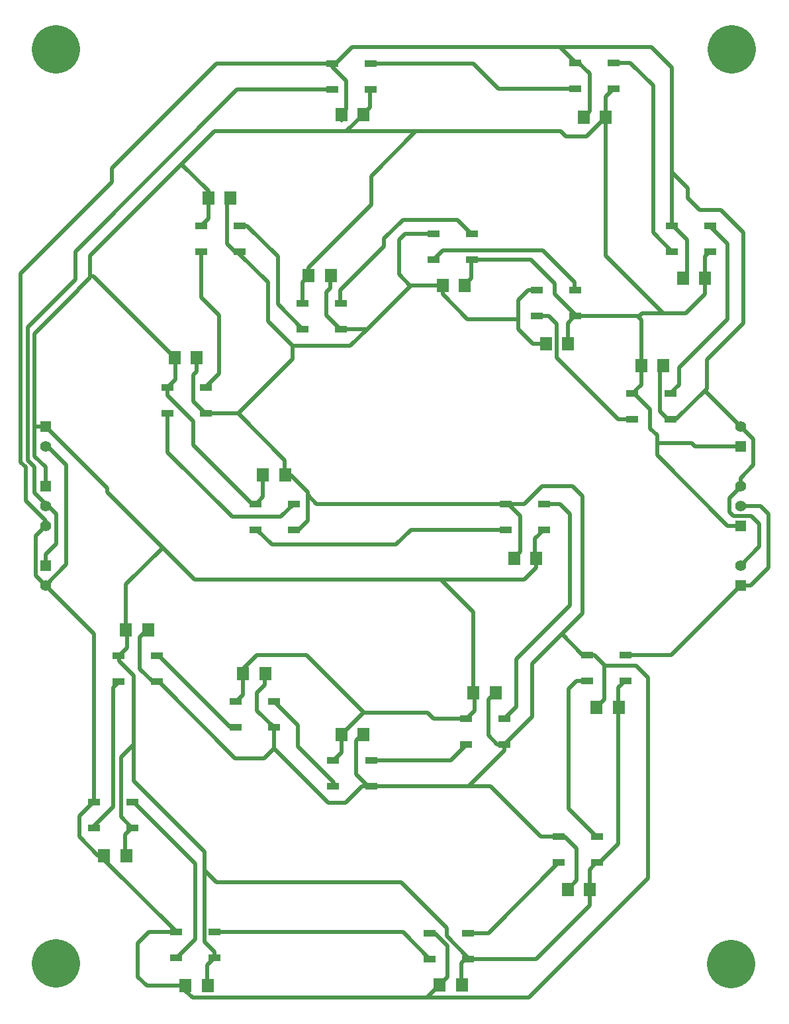
<source format=gtl>
G04 ( created by brdgerber.py ( brdgerber.py v0.1 2014-03-12 ) ) date 2020-10-29 11:40:21 EDT*
G04 Gerber Fmt 3.4, Leading zero omitted, Abs format*
%MOIN*%
%FSLAX34Y34*%
G01*
G70*
G90*
G04 APERTURE LIST*
%ADD20C,0.0059*%
%ADD10R,0.0550X0.0550*%
%ADD14R,0.0590X0.0354*%
%ADD16R,0.0629X0.0709*%
%ADD13C,0.0120*%
%ADD12C,0.0000*%
%ADD15C,0.0050*%
%ADD19C,0.2440*%
%ADD17C,0.0060*%
%ADD11C,0.0550*%
%ADD18C,0.0200*%
G04 APERTURE END LIST*
G54D20*
D10*
X-01500Y-15000D03*
D11*
X-01500Y-16000D03*
D10*
X33500Y-16000D03*
D11*
X33500Y-15000D03*
D10*
X33500Y-23000D03*
D11*
X33500Y-22000D03*
D10*
X33500Y-20000D03*
D11*
X33500Y-19000D03*
D11*
X33500Y-18000D03*
D10*
X-01500Y-22000D03*
D11*
X-01500Y-23000D03*
D10*
X-01500Y-18000D03*
D11*
X-01500Y-19000D03*
D11*
X-01500Y-20000D03*
D14*
X12936Y03249D03*
D14*
X12936Y01951D03*
D14*
X14864Y03249D03*
D14*
X14864Y01951D03*
D16*
X13391Y00700D03*
D16*
X14509Y00700D03*
D14*
X17836Y-40501D03*
D14*
X17836Y-41799D03*
D14*
X19764Y-40501D03*
D14*
X19764Y-41799D03*
D14*
X25186Y03299D03*
D14*
X25186Y02001D03*
D14*
X27114Y03299D03*
D14*
X27114Y02001D03*
D14*
X24336Y-35651D03*
D14*
X24336Y-36949D03*
D14*
X26264Y-35651D03*
D14*
X26264Y-36949D03*
D14*
X30036Y-04901D03*
D14*
X30036Y-06199D03*
D14*
X31964Y-04901D03*
D14*
X31964Y-06199D03*
D14*
X29964Y-14649D03*
D14*
X29964Y-13351D03*
D14*
X28036Y-14649D03*
D14*
X28036Y-13351D03*
D14*
X25786Y-26501D03*
D14*
X25786Y-27799D03*
D14*
X27714Y-26501D03*
D14*
X27714Y-27799D03*
D14*
X05086Y-40451D03*
D14*
X05086Y-41749D03*
D14*
X07014Y-40451D03*
D14*
X07014Y-41749D03*
D14*
X00936Y-33901D03*
D14*
X00936Y-35199D03*
D14*
X02864Y-33901D03*
D14*
X02864Y-35199D03*
D14*
X04114Y-27849D03*
D14*
X04114Y-26551D03*
D14*
X02186Y-27849D03*
D14*
X02186Y-26551D03*
D14*
X06564Y-14349D03*
D14*
X06564Y-13051D03*
D14*
X04636Y-14349D03*
D14*
X04636Y-13051D03*
D14*
X08264Y-06199D03*
D14*
X08264Y-04901D03*
D14*
X06336Y-06199D03*
D14*
X06336Y-04901D03*
D14*
X11014Y-20199D03*
D14*
X11014Y-18901D03*
D14*
X09086Y-20199D03*
D14*
X09086Y-18901D03*
D14*
X21686Y-18901D03*
D14*
X21686Y-20199D03*
D14*
X23614Y-18901D03*
D14*
X23614Y-20199D03*
D14*
X13364Y-10099D03*
D14*
X13364Y-08801D03*
D14*
X11436Y-10099D03*
D14*
X11436Y-08801D03*
D14*
X23236Y-08151D03*
D14*
X23236Y-09449D03*
D14*
X25164Y-08151D03*
D14*
X25164Y-09449D03*
D14*
X21614Y-30999D03*
D14*
X21614Y-29701D03*
D14*
X19686Y-30999D03*
D14*
X19686Y-29701D03*
D14*
X14914Y-33099D03*
D14*
X14914Y-31801D03*
D14*
X12986Y-33099D03*
D14*
X12986Y-31801D03*
D14*
X10014Y-30149D03*
D14*
X10014Y-28851D03*
D14*
X08086Y-30149D03*
D14*
X08086Y-28851D03*
D16*
X25591Y00550D03*
D16*
X26709Y00550D03*
D16*
X30591Y-07550D03*
D16*
X31709Y-07550D03*
D16*
X29609Y-11950D03*
D16*
X28491Y-11950D03*
D16*
X26241Y-29150D03*
D16*
X27359Y-29150D03*
D16*
X24791Y-38300D03*
D16*
X25909Y-38300D03*
D16*
X18341Y-43100D03*
D16*
X19459Y-43100D03*
D16*
X05541Y-43150D03*
D16*
X06659Y-43150D03*
D16*
X01441Y-36600D03*
D16*
X02559Y-36600D03*
D16*
X03659Y-25250D03*
D16*
X02541Y-25250D03*
D16*
X06109Y-11550D03*
D16*
X04991Y-11550D03*
D16*
X07809Y-03500D03*
D16*
X06691Y-03500D03*
D16*
X12859Y-07400D03*
D16*
X11741Y-07400D03*
D16*
X18491Y-07900D03*
D16*
X19609Y-07900D03*
D16*
X23691Y-10850D03*
D16*
X24809Y-10850D03*
D16*
X10559Y-17450D03*
D16*
X09441Y-17450D03*
D16*
X22091Y-21650D03*
D16*
X23209Y-21650D03*
D16*
X21159Y-28400D03*
D16*
X20041Y-28400D03*
D16*
X14509Y-30500D03*
D16*
X13391Y-30500D03*
D16*
X09559Y-27450D03*
D16*
X08441Y-27450D03*
D14*
X18036Y-05301D03*
D14*
X18036Y-06599D03*
D14*
X19964Y-05301D03*
D14*
X19964Y-06599D03*
D19*
G01X33000Y-42050D02*
G01X33000Y-42050D01*
D19*
G01X33050Y04000D02*
G01X33050Y04000D01*
D19*
G01X-01000Y-42000D02*
G01X-01000Y-42000D01*
D19*
G01X-01000Y04000D02*
G01X-01000Y04000D01*
D18*
G01X29450Y-12100D02*
G01X29600Y-11950D01*
D18*
G01X29450Y-14250D02*
G01X29450Y-12100D01*
D18*
G01X25800Y-27800D02*
G01X25250Y-27800D01*
D18*
G01X26650Y-28750D02*
G01X26250Y-29150D01*
D18*
G01X14750Y-33100D02*
G01X14150Y-32500D01*
D18*
G01X14900Y-33100D02*
G01X14750Y-33100D01*
D18*
G01X06700Y-04550D02*
G01X06350Y-04900D01*
D18*
G01X06700Y-03450D02*
G01X06700Y-04550D01*
D18*
G01X19750Y-09600D02*
G01X22300Y-09600D01*
D18*
G01X18500Y-08350D02*
G01X19750Y-09600D01*
D18*
G01X18500Y-07900D02*
G01X18500Y-08350D01*
D18*
G01X12150Y-18900D02*
G01X21700Y-18900D01*
D18*
G01X05050Y-12650D02*
G01X04650Y-13050D01*
D18*
G01X05050Y-11450D02*
G01X05050Y-12650D01*
D18*
G01X08250Y-06200D02*
G01X08050Y-06200D01*
D18*
G01X07650Y-03650D02*
G01X07800Y-03500D01*
D18*
G01X07650Y-05800D02*
G01X07650Y-03650D01*
D18*
G01X08050Y-06200D02*
G01X07650Y-05800D01*
D18*
G01X09450Y-18550D02*
G01X09100Y-18900D01*
D18*
G01X09450Y-17400D02*
G01X09450Y-18550D01*
D18*
G01X06550Y-03350D02*
G01X06700Y-03500D01*
D18*
G01X17850Y-40500D02*
G01X18100Y-40500D01*
D18*
G01X09550Y-27450D02*
G01X09550Y-28000D01*
D18*
G01X24900Y-19400D02*
G01X24900Y-24000D01*
D18*
G01X02600Y-26150D02*
G01X02200Y-26550D01*
D18*
G01X02500Y-35550D02*
G01X02850Y-35200D01*
D18*
G01X02600Y-25150D02*
G01X02600Y-26150D01*
D18*
G01X02500Y-36600D02*
G01X02500Y-35550D01*
D18*
G01X03250Y-25600D02*
G01X03700Y-25150D01*
D18*
G01X03250Y-27200D02*
G01X03250Y-25600D01*
D18*
G01X03900Y-27850D02*
G01X03250Y-27200D01*
D18*
G01X04100Y-27850D02*
G01X03900Y-27850D01*
D18*
G01X08450Y-28500D02*
G01X08100Y-28850D01*
D18*
G01X08450Y-27400D02*
G01X08450Y-28500D01*
D18*
G01X-01500Y-19000D02*
G01X-01350Y-19000D01*
D18*
G01X03700Y-40450D02*
G01X03150Y-41000D01*
D18*
G01X17750Y-29400D02*
G01X14500Y-29400D01*
D18*
G01X18700Y-40650D02*
G01X18700Y-40250D01*
D18*
G01X14900Y-31800D02*
G01X18900Y-31800D01*
D18*
G01X09500Y-31700D02*
G01X10000Y-31200D01*
D18*
G01X08050Y-31700D02*
G01X09500Y-31700D01*
D18*
G01X22200Y-26700D02*
G01X22200Y-29100D01*
D18*
G01X-02000Y-22500D02*
G01X-01500Y-23000D01*
D18*
G01X00950Y-33900D02*
G01X00950Y-25450D01*
D18*
G01X12950Y03250D02*
G01X12950Y03100D01*
D18*
G01X12950Y03100D02*
G01X13650Y02400D01*
D18*
G01X-02000Y-20900D02*
G01X-02000Y-22500D01*
D18*
G01X08100Y-30150D02*
G01X07800Y-30150D01*
D18*
G01X19800Y-33100D02*
G01X14900Y-33100D01*
D18*
G01X25200Y03300D02*
G01X25400Y03300D01*
D18*
G01X-00450Y-21950D02*
G01X-01500Y-23000D01*
D18*
G01X25550Y-24400D02*
G01X23000Y-26950D01*
D18*
G01X-02000Y-20500D02*
G01X-01500Y-20000D01*
D18*
G01X33500Y-17600D02*
G01X34150Y-16950D01*
D18*
G01X23000Y-26950D02*
G01X23000Y-29600D01*
D18*
G01X01600Y-18100D02*
G01X-01500Y-15000D01*
D18*
G01X07100Y-37950D02*
G01X06500Y-37350D01*
D18*
G01X32950Y-19300D02*
G01X33150Y-19500D01*
D18*
G01X06100Y-12250D02*
G01X05950Y-12400D01*
D18*
G01X04200Y-27850D02*
G01X08050Y-31700D01*
D18*
G01X04100Y-27850D02*
G01X04200Y-27850D01*
D18*
G01X31800Y-13100D02*
G01X31800Y-11650D01*
D18*
G01X16300Y-07350D02*
G01X16300Y-05600D01*
D18*
G01X09100Y-20200D02*
G01X09150Y-20200D01*
D18*
G01X01450Y-36600D02*
G01X01450Y-36800D01*
D18*
G01X34050Y-19500D02*
G01X34450Y-19900D01*
D18*
G01X23200Y-21650D02*
G01X23200Y-22100D01*
D18*
G01X16600Y-05300D02*
G01X18050Y-05300D01*
D18*
G01X11650Y-26500D02*
G01X14550Y-29400D01*
D18*
G01X18500Y-07900D02*
G01X16850Y-07900D01*
D18*
G01X12750Y-33950D02*
G01X13600Y-33950D01*
D18*
G01X11450Y-08800D02*
G01X11450Y-07750D01*
D18*
G01X11450Y-07750D02*
G01X11800Y-07400D01*
D18*
G01X02300Y-34650D02*
G01X02850Y-35200D01*
D18*
G01X20050Y-28400D02*
G01X20050Y-24350D01*
D18*
G01X31050Y-15850D02*
G01X29300Y-15850D01*
D18*
G01X02300Y-31650D02*
G01X02300Y-34650D01*
D18*
G01X09150Y-26500D02*
G01X11650Y-26500D01*
D18*
G01X08450Y-27450D02*
G01X08450Y-27200D01*
D18*
G01X29950Y-14650D02*
G01X29850Y-14650D01*
D18*
G01X10000Y-30150D02*
G01X10000Y-30250D01*
D18*
G01X29850Y-14650D02*
G01X29450Y-14250D01*
D18*
G01X24900Y-24000D02*
G01X22200Y-26700D01*
D18*
G01X28500Y-11950D02*
G01X28500Y-12900D01*
D18*
G01X28500Y-12900D02*
G01X28050Y-13350D01*
D18*
G01X21700Y-18900D02*
G01X21800Y-18900D01*
D18*
G01X21800Y-18900D02*
G01X22400Y-19500D01*
D18*
G01X22400Y-19500D02*
G01X22400Y-21300D01*
D18*
G01X22400Y-21300D02*
G01X22050Y-21650D01*
D18*
G01X23150Y-21650D02*
G01X23150Y-20650D01*
D18*
G01X23150Y-20650D02*
G01X23600Y-20200D01*
D18*
G01X14150Y-32500D02*
G01X14150Y-30800D01*
D18*
G01X13400Y-30450D02*
G01X13400Y-31400D01*
D18*
G01X13400Y-31400D02*
G01X13000Y-31800D01*
D18*
G01X14150Y-30800D02*
G01X14500Y-30450D01*
D18*
G01X27350Y-29200D02*
G01X27350Y-28150D01*
D18*
G01X27350Y-28150D02*
G01X27700Y-27800D01*
D18*
G01X20100Y-28350D02*
G01X20100Y-29300D01*
D18*
G01X20100Y-29300D02*
G01X19700Y-29700D01*
D18*
G01X21600Y-31000D02*
G01X21250Y-31000D01*
D18*
G01X21250Y-31000D02*
G01X20800Y-30550D01*
D18*
G01X20800Y-30550D02*
G01X20800Y-28750D01*
D18*
G01X20800Y-28750D02*
G01X21200Y-28350D01*
D18*
G01X24850Y-34250D02*
G01X26250Y-35650D01*
D18*
G01X26700Y-06400D02*
G01X29600Y-09300D01*
D18*
G01X21600Y-31000D02*
G01X21600Y-31300D01*
D18*
G01X24350Y-35650D02*
G01X23450Y-35650D01*
D18*
G01X25900Y-38300D02*
G01X25900Y-37300D01*
D18*
G01X25900Y-37300D02*
G01X26250Y-36950D01*
D18*
G01X19750Y-41800D02*
G01X19650Y-41800D01*
D18*
G01X19650Y-41800D02*
G01X19450Y-42000D01*
D18*
G01X19450Y-42000D02*
G01X19450Y-43150D01*
D18*
G01X23200Y-22100D02*
G01X22600Y-22700D01*
D18*
G01X07000Y-41450D02*
G01X06500Y-40950D01*
D18*
G01X16300Y-05600D02*
G01X16600Y-05300D01*
D18*
G01X23600Y-18900D02*
G01X24400Y-18900D01*
D18*
G01X10000Y-31200D02*
G01X12750Y-33950D01*
D18*
G01X02200Y-26550D02*
G01X02200Y-26800D01*
D18*
G01X-01500Y-16000D02*
G01X-01400Y-16000D01*
D18*
G01X33500Y-18000D02*
G01X33500Y-18050D01*
D18*
G01X03150Y-42700D02*
G01X03600Y-43150D01*
D18*
G01X06650Y-42100D02*
G01X07000Y-41750D01*
D18*
G01X25550Y-26500D02*
G01X24500Y-25450D01*
D18*
G01X11700Y-18300D02*
G01X11700Y-18450D01*
D18*
G01X13400Y00700D02*
G01X13400Y00400D01*
D18*
G01X25800Y-26500D02*
G01X25550Y-26500D01*
D18*
G01X33500Y-23000D02*
G01X34000Y-23000D01*
D18*
G01X06650Y-43100D02*
G01X06650Y-42100D01*
D18*
G01X34000Y-23000D02*
G01X34900Y-22100D01*
D18*
G01X16500Y-40450D02*
G01X17850Y-41800D01*
D18*
G01X-01500Y-22000D02*
G01X-01500Y-21450D01*
D18*
G01X-01500Y-21450D02*
G01X-00950Y-20900D01*
D18*
G01X27700Y-26500D02*
G01X30000Y-26500D01*
D18*
G01X31650Y-13250D02*
G01X31750Y-13250D01*
D18*
G01X24400Y-18900D02*
G01X24900Y-19400D01*
D18*
G01X08250Y-06200D02*
G01X08300Y-06200D01*
D18*
G01X13650Y00950D02*
G01X13400Y00700D01*
D18*
G01X13650Y02400D02*
G01X13650Y00950D01*
D18*
G01X14850Y01950D02*
G01X14850Y01050D01*
D18*
G01X14850Y01050D02*
G01X14500Y00700D01*
D18*
G01X18700Y-40250D02*
G01X16400Y-37950D01*
D18*
G01X34150Y-15650D02*
G01X33500Y-15000D01*
D18*
G01X34450Y-19900D02*
G01X34450Y-21050D01*
D18*
G01X16400Y-37950D02*
G01X07100Y-37950D01*
D18*
G01X30000Y-26500D02*
G01X33500Y-23000D01*
D18*
G01X13350Y-08800D02*
G01X13250Y-08800D01*
D18*
G01X-00450Y-16950D02*
G01X-00450Y-21950D01*
D18*
G01X-02750Y-07300D02*
G01X01850Y-02700D01*
D18*
G01X18900Y-31800D02*
G01X19700Y-31000D01*
D18*
G01X34150Y-16950D02*
G01X34150Y-15650D01*
D18*
G01X33650Y-09800D02*
G01X33650Y-07900D01*
D18*
G01X24850Y-28200D02*
G01X24850Y-34250D01*
D18*
G01X26250Y-36950D02*
G01X26400Y-36950D01*
D18*
G01X25250Y-27800D02*
G01X24850Y-28200D01*
D18*
G01X25750Y-00400D02*
G01X26700Y00550D01*
D18*
G01X06050Y-40800D02*
G01X05100Y-41750D01*
D18*
G01X34900Y-22100D02*
G01X34900Y-19400D01*
D18*
G01X06000Y-22700D02*
G01X01600Y-18300D01*
D18*
G01X26650Y-27000D02*
G01X26650Y-28750D01*
D18*
G01X-02050Y-15000D02*
G01X-01500Y-15000D01*
D18*
G01X22600Y-22700D02*
G01X06000Y-22700D01*
D18*
G01X19750Y-41700D02*
G01X18700Y-40650D01*
D18*
G01X25550Y-18500D02*
G01X25550Y-24400D01*
D18*
G01X25050Y-18000D02*
G01X25550Y-18500D01*
D18*
G01X34900Y-19400D02*
G01X34500Y-19000D01*
D18*
G01X01600Y-18300D02*
G01X01600Y-18100D01*
D18*
G01X05950Y-12400D02*
G01X05950Y-13750D01*
D18*
G01X02950Y-31000D02*
G01X02300Y-31650D01*
D18*
G01X02950Y-27550D02*
G01X02950Y-31000D01*
D18*
G01X02550Y-22950D02*
G01X04400Y-21100D01*
D18*
G01X21600Y-31300D02*
G01X19800Y-33100D01*
D18*
G01X01450Y-36800D02*
G01X05100Y-40450D01*
D18*
G01X14450Y-33100D02*
G01X14900Y-33100D01*
D18*
G01X19950Y-07550D02*
G01X19600Y-07900D01*
D18*
G01X19950Y-06600D02*
G01X19950Y-07550D01*
D18*
G01X28150Y-13350D02*
G01X28950Y-14150D01*
D18*
G01X31800Y-11650D02*
G01X33650Y-09800D01*
D18*
G01X28950Y-15100D02*
G01X29300Y-15450D01*
D18*
G01X28500Y-09650D02*
G01X28300Y-09450D01*
D18*
G01X28050Y-13350D02*
G01X28150Y-13350D01*
D18*
G01X22200Y-29100D02*
G01X21600Y-29700D01*
D18*
G01X14500Y-29400D02*
G01X13400Y-30500D01*
D18*
G01X23000Y-29600D02*
G01X21600Y-31000D01*
D18*
G01X-02000Y-20900D02*
G01X-02000Y-20500D01*
D18*
G01X00950Y-35100D02*
G01X01900Y-34150D01*
D18*
G01X-00950Y-19400D02*
G01X-00950Y-20900D01*
D18*
G01X06100Y-11550D02*
G01X06100Y-12250D01*
D18*
G01X-01350Y-19000D02*
G01X-00950Y-19400D01*
D18*
G01X34500Y-19000D02*
G01X33500Y-19000D01*
D18*
G01X05100Y-40450D02*
G01X03700Y-40450D01*
D18*
G01X01900Y-28150D02*
G01X02200Y-27850D01*
D18*
G01X19750Y-41800D02*
G01X19750Y-41700D01*
D18*
G01X30250Y-14650D02*
G01X31800Y-13100D01*
D18*
G01X31750Y-13250D02*
G01X33500Y-15000D01*
D18*
G01X28950Y-14150D02*
G01X28950Y-15100D01*
D18*
G01X03150Y-41000D02*
G01X03150Y-42700D01*
D18*
G01X05950Y-13750D02*
G01X06550Y-14350D01*
D18*
G01X00950Y-35200D02*
G01X00950Y-35100D01*
D18*
G01X33150Y-19500D02*
G01X34050Y-19500D01*
D18*
G01X19700Y-29700D02*
G01X18050Y-29700D01*
D18*
G01X28500Y-11950D02*
G01X28500Y-09650D01*
D18*
G01X34450Y-21050D02*
G01X33500Y-22000D01*
D18*
G01X25250Y-37850D02*
G01X24800Y-38300D01*
D18*
G01X19750Y-40500D02*
G01X20800Y-40500D01*
D18*
G01X20800Y-40500D02*
G01X24350Y-36950D01*
D18*
G01X25900Y-39100D02*
G01X25900Y-38300D01*
D18*
G01X19750Y-41800D02*
G01X23200Y-41800D01*
D18*
G01X23200Y-41800D02*
G01X25900Y-39100D01*
D18*
G01X20900Y-33100D02*
G01X19600Y-33100D01*
D18*
G01X23450Y-35650D02*
G01X20900Y-33100D01*
D18*
G01X18750Y-42700D02*
G01X18350Y-43100D01*
D18*
G01X18750Y-41150D02*
G01X18750Y-42700D01*
D18*
G01X18100Y-40500D02*
G01X18750Y-41150D01*
D18*
G01X07000Y-40450D02*
G01X16500Y-40450D01*
D18*
G01X09550Y-28000D02*
G01X09150Y-28400D01*
D18*
G01X23500Y-18000D02*
G01X25050Y-18000D01*
D18*
G01X16900Y-20200D02*
G01X21700Y-20200D01*
D18*
G01X22600Y-18900D02*
G01X23500Y-18000D01*
D18*
G01X16850Y-07900D02*
G01X16300Y-07350D01*
D18*
G01X21700Y-18900D02*
G01X22600Y-18900D01*
D18*
G01X33500Y-18000D02*
G01X33500Y-17600D01*
D18*
G01X13000Y-33100D02*
G01X13000Y-32900D01*
D18*
G01X13000Y-32900D02*
G01X11200Y-31100D01*
D18*
G01X11200Y-31100D02*
G01X11200Y-30050D01*
D18*
G01X09150Y-29300D02*
G01X10000Y-30150D01*
D18*
G01X09150Y-28400D02*
G01X09150Y-29300D01*
D18*
G01X06500Y-36400D02*
G01X02950Y-32850D01*
D18*
G01X02950Y-32850D02*
G01X02950Y-30950D01*
D18*
G01X06500Y-40950D02*
G01X06500Y-36400D01*
D18*
G01X07000Y-41750D02*
G01X07000Y-41450D01*
D18*
G01X02850Y-33900D02*
G01X02950Y-33900D01*
D18*
G01X02950Y-33900D02*
G01X06050Y-37000D01*
D18*
G01X06050Y-37000D02*
G01X06050Y-40800D01*
D18*
G01X33500Y-18050D02*
G01X32950Y-18600D01*
D18*
G01X10000Y-30150D02*
G01X10000Y-31200D01*
D18*
G01X11200Y-30050D02*
G01X10000Y-28850D01*
D18*
G01X32950Y-18600D02*
G01X32950Y-19300D01*
D18*
G01X03600Y-43150D02*
G01X05550Y-43150D01*
D18*
G01X00950Y-25450D02*
G01X-01500Y-23000D01*
D18*
G01X01900Y-34150D02*
G01X01900Y-28150D01*
D18*
G01X-01400Y-16000D02*
G01X-00450Y-16950D01*
D18*
G01X02550Y-25250D02*
G01X02550Y-22950D01*
D18*
G01X04200Y-26550D02*
G01X04100Y-26550D01*
D18*
G01X00950Y-33900D02*
G01X00900Y-33900D01*
D18*
G01X00900Y-33900D02*
G01X00200Y-34600D01*
D18*
G01X00200Y-34600D02*
G01X00200Y-35650D01*
D18*
G01X00200Y-35650D02*
G01X01150Y-36600D01*
D18*
G01X01150Y-36600D02*
G01X01450Y-36600D01*
D18*
G01X08450Y-27200D02*
G01X09150Y-26500D01*
D18*
G01X20050Y-24350D02*
G01X18400Y-22700D01*
D18*
G01X07800Y-30150D02*
G01X04200Y-26550D01*
D18*
G01X13600Y-33950D02*
G01X14450Y-33100D01*
D18*
G01X18050Y-29700D02*
G01X17750Y-29400D01*
D18*
G01X02200Y-26800D02*
G01X02950Y-27550D01*
D18*
G01X11000Y-20200D02*
G01X11250Y-20200D01*
D18*
G01X11250Y-20200D02*
G01X11700Y-19750D01*
D18*
G01X11700Y-19750D02*
G01X11700Y-18300D01*
D18*
G01X11700Y-18300D02*
G01X10850Y-17450D01*
D18*
G01X10850Y-17450D02*
G01X10550Y-17450D01*
D18*
G01X11700Y-18450D02*
G01X12150Y-18900D01*
D18*
G01X-01500Y-18000D02*
G01X-01500Y-17050D01*
D18*
G01X-01500Y-17050D02*
G01X-02050Y-16500D01*
D18*
G01X-02050Y-16500D02*
G01X-02050Y-10350D01*
D18*
G01X-02050Y-10350D02*
G01X00150Y-08150D01*
D18*
G01X-01500Y-19000D02*
G01X-01500Y-18900D01*
D18*
G01X-01500Y-18900D02*
G01X-02050Y-18350D01*
D18*
G01X-02050Y-18350D02*
G01X-02050Y-17050D01*
D18*
G01X-02050Y-17050D02*
G01X-02400Y-16700D01*
D18*
G01X-02400Y-16700D02*
G01X-02400Y-10000D01*
D18*
G01X-02400Y-10000D02*
G01X00000Y-07600D01*
D18*
G01X-01500Y-20000D02*
G01X-01500Y-19750D01*
D18*
G01X-01500Y-19750D02*
G01X-02500Y-18750D01*
D18*
G01X-02500Y-18750D02*
G01X-02500Y-17050D01*
D18*
G01X-02500Y-17050D02*
G01X-02750Y-16800D01*
D18*
G01X-02750Y-16800D02*
G01X-02750Y-07300D01*
D18*
G01X01850Y-02700D02*
G01X01850Y-02000D01*
D18*
G01X01850Y-02000D02*
G01X07100Y03250D01*
D18*
G01X07100Y03250D02*
G01X12950Y03250D01*
D18*
G01X00000Y-07600D02*
G01X00000Y-06200D01*
D18*
G01X00000Y-06200D02*
G01X08150Y01950D01*
D18*
G01X08150Y01950D02*
G01X12950Y01950D01*
D18*
G01X00150Y-08150D02*
G01X00150Y-08100D01*
D18*
G01X00150Y-08100D02*
G01X00750Y-07500D01*
D18*
G01X00750Y-07500D02*
G01X00750Y-06400D01*
D18*
G01X00750Y-06400D02*
G01X07000Y-00150D01*
D18*
G01X07000Y-00150D02*
G01X13650Y-00150D01*
D18*
G01X13650Y-00150D02*
G01X14500Y00700D01*
D18*
G01X14850Y03250D02*
G01X20050Y03250D01*
D18*
G01X20050Y03250D02*
G01X21300Y02000D01*
D18*
G01X21300Y02000D02*
G01X25200Y02000D01*
D18*
G01X12950Y03250D02*
G01X13100Y03250D01*
D18*
G01X13100Y03250D02*
G01X13950Y04100D01*
D18*
G01X13950Y04100D02*
G01X24400Y04100D01*
D18*
G01X24400Y04100D02*
G01X25200Y03300D01*
D18*
G01X13550Y-00150D02*
G01X24450Y-00150D01*
D18*
G01X24450Y-00150D02*
G01X24700Y-00400D01*
D18*
G01X24700Y-00400D02*
G01X25750Y-00400D01*
D18*
G01X26700Y00550D02*
G01X26700Y01600D01*
D18*
G01X26700Y01600D02*
G01X27100Y02000D01*
D18*
G01X27100Y03300D02*
G01X27950Y03300D01*
D18*
G01X27950Y03300D02*
G01X29100Y02150D01*
D18*
G01X29100Y02150D02*
G01X29100Y-05250D01*
D18*
G01X29100Y-05250D02*
G01X30050Y-06200D01*
D18*
G01X30050Y-04900D02*
G01X30100Y-04900D01*
D18*
G01X30100Y-04900D02*
G01X30800Y-05600D01*
D18*
G01X30800Y-05600D02*
G01X30800Y-07350D01*
D18*
G01X30800Y-07350D02*
G01X30600Y-07550D01*
D18*
G01X31700Y-07550D02*
G01X31700Y-06450D01*
D18*
G01X31700Y-06450D02*
G01X31950Y-06200D01*
D18*
G01X23250Y-09450D02*
G01X23850Y-09450D01*
D18*
G01X23850Y-09450D02*
G01X24250Y-09850D01*
D18*
G01X24250Y-09850D02*
G01X24250Y-11350D01*
D18*
G01X09150Y-20200D02*
G01X09900Y-20950D01*
D18*
G01X26150Y-26500D02*
G01X26650Y-27000D01*
D18*
G01X25800Y-26500D02*
G01X26150Y-26500D01*
D18*
G01X25250Y-36250D02*
G01X25250Y-37850D01*
D18*
G01X27350Y-36000D02*
G01X27350Y-29150D01*
D18*
G01X26400Y-36950D02*
G01X27350Y-36000D01*
D18*
G01X32850Y-05800D02*
G01X31950Y-04900D01*
D18*
G01X25200Y03300D02*
G01X25350Y03300D01*
D18*
G01X25350Y03300D02*
G01X25900Y02750D01*
D18*
G01X25900Y02750D02*
G01X25900Y00850D01*
D18*
G01X25900Y00850D02*
G01X25600Y00550D01*
D18*
G01X24350Y04100D02*
G01X29000Y04100D01*
D18*
G01X29000Y04100D02*
G01X30050Y03050D01*
D18*
G01X30050Y03050D02*
G01X30050Y-04900D01*
D18*
G01X24800Y-10850D02*
G01X24800Y-09800D01*
D18*
G01X24800Y-09800D02*
G01X25150Y-09450D01*
D18*
G01X25150Y-09450D02*
G01X28400Y-09450D01*
D18*
G01X28400Y-09450D02*
G01X28550Y-09300D01*
D18*
G01X28550Y-09300D02*
G01X29950Y-09300D01*
D18*
G01X30000Y-09300D02*
G01X30750Y-09300D01*
D18*
G01X30750Y-09300D02*
G01X31700Y-08350D01*
D18*
G01X31700Y-08350D02*
G01X31700Y-07550D01*
D18*
G01X23050Y-10850D02*
G01X23700Y-10850D01*
D18*
G01X22300Y-10100D02*
G01X23050Y-10850D01*
D18*
G01X22300Y-08650D02*
G01X22300Y-10100D01*
D18*
G01X22800Y-08150D02*
G01X22300Y-08650D01*
D18*
G01X23250Y-08150D02*
G01X22800Y-08150D01*
D18*
G01X09900Y-20950D02*
G01X16150Y-20950D01*
D18*
G01X31450Y-04100D02*
G01X32500Y-04100D01*
D18*
G01X32500Y-04100D02*
G01X33650Y-05250D01*
D18*
G01X33650Y-05250D02*
G01X33650Y-07950D01*
D18*
G01X24650Y-35650D02*
G01X25250Y-36250D01*
D18*
G01X24350Y-35650D02*
G01X24650Y-35650D01*
D18*
G01X16150Y-20950D02*
G01X16900Y-20200D01*
D18*
G01X30050Y-02150D02*
G01X30050Y-02200D01*
D18*
G01X30050Y-02200D02*
G01X30850Y-03000D01*
D18*
G01X30850Y-03000D02*
G01X30850Y-03500D01*
D18*
G01X30850Y-03500D02*
G01X31450Y-04100D01*
D18*
G01X25150Y-09450D02*
G01X25150Y-09350D01*
D18*
G01X25150Y-09350D02*
G01X24150Y-08350D01*
D18*
G01X24150Y-08350D02*
G01X24150Y-07800D01*
D18*
G01X24150Y-07800D02*
G01X22950Y-06600D01*
D18*
G01X22950Y-06600D02*
G01X19950Y-06600D01*
D18*
G01X25150Y-08150D02*
G01X25150Y-07750D01*
D18*
G01X25150Y-07750D02*
G01X23550Y-06150D01*
D18*
G01X23550Y-06150D02*
G01X18500Y-06150D01*
D18*
G01X18500Y-06150D02*
G01X18050Y-06600D01*
D18*
G01X12850Y-07400D02*
G01X12850Y-08050D01*
D18*
G01X12850Y-08050D02*
G01X12650Y-08250D01*
D18*
G01X12650Y-08250D02*
G01X12650Y-09400D01*
D18*
G01X12650Y-09400D02*
G01X13350Y-10100D01*
D18*
G01X13350Y-08800D02*
G01X13350Y-08150D01*
D18*
G01X13350Y-08150D02*
G01X15550Y-05950D01*
D18*
G01X15550Y-05950D02*
G01X15550Y-05550D01*
D18*
G01X15550Y-05550D02*
G01X16500Y-04600D01*
D18*
G01X16500Y-04600D02*
G01X19250Y-04600D01*
D18*
G01X19250Y-04600D02*
G01X19950Y-05300D01*
D18*
G01X13350Y-10100D02*
G01X14700Y-10100D01*
D18*
G01X14700Y-10100D02*
G01X16900Y-07900D01*
D18*
G01X11750Y-07400D02*
G01X11750Y-07000D01*
D18*
G01X11750Y-07000D02*
G01X14900Y-03850D01*
D18*
G01X14900Y-03850D02*
G01X14900Y-02400D01*
D18*
G01X14900Y-02400D02*
G01X17150Y-00150D01*
D18*
G01X26700Y00550D02*
G01X26700Y-06400D01*
D18*
G01X08250Y-04900D02*
G01X08650Y-04900D01*
D18*
G01X08650Y-04900D02*
G01X10200Y-06450D01*
D18*
G01X10200Y-06450D02*
G01X10200Y-08850D01*
D18*
G01X10200Y-08850D02*
G01X11450Y-10100D01*
D18*
G01X08250Y-06200D02*
G01X08250Y-06300D01*
D18*
G01X08250Y-06300D02*
G01X09700Y-07750D01*
D18*
G01X09700Y-07750D02*
G01X09700Y-09700D01*
D18*
G01X09700Y-09700D02*
G01X10950Y-10950D01*
D18*
G01X10950Y-10950D02*
G01X13850Y-10950D01*
D18*
G01X13850Y-10950D02*
G01X14700Y-10100D01*
D18*
G01X06700Y-03500D02*
G01X06700Y-03150D01*
D18*
G01X06700Y-03150D02*
G01X05350Y-01800D01*
D18*
G01X06350Y-06200D02*
G01X06350Y-08500D01*
D18*
G01X06350Y-08500D02*
G01X07250Y-09400D01*
D18*
G01X07250Y-09400D02*
G01X07250Y-12350D01*
D18*
G01X07250Y-12350D02*
G01X06550Y-13050D01*
D18*
G01X06550Y-14350D02*
G01X08200Y-14350D01*
D18*
G01X08200Y-14350D02*
G01X10950Y-11600D01*
D18*
G01X10950Y-11600D02*
G01X10950Y-10950D01*
D18*
G01X00750Y-07450D02*
G01X00900Y-07450D01*
D18*
G01X00900Y-07450D02*
G01X05000Y-11550D01*
D18*
G01X04650Y-14350D02*
G01X04650Y-16300D01*
D18*
G01X04650Y-16300D02*
G01X07900Y-19550D01*
D18*
G01X07900Y-19550D02*
G01X10350Y-19550D01*
D18*
G01X10350Y-19550D02*
G01X11000Y-18900D01*
D18*
G01X04650Y-13050D02*
G01X04650Y-13450D01*
D18*
G01X04650Y-13450D02*
G01X05950Y-14750D01*
D18*
G01X05950Y-14750D02*
G01X05950Y-15950D01*
D18*
G01X05950Y-15950D02*
G01X08900Y-18900D01*
D18*
G01X08900Y-18900D02*
G01X09100Y-18900D01*
D18*
G01X10550Y-17450D02*
G01X10550Y-16700D01*
D18*
G01X10550Y-16700D02*
G01X08200Y-14350D01*
D18*
G01X32850Y-05800D02*
G01X32850Y-09600D01*
D18*
G01X32850Y-09600D02*
G01X30400Y-12050D01*
D18*
G01X30400Y-12050D02*
G01X30400Y-12900D01*
D18*
G01X30400Y-12900D02*
G01X29950Y-13350D01*
D18*
G01X24250Y-11350D02*
G01X24250Y-11550D01*
D18*
G01X24250Y-11550D02*
G01X27350Y-14650D01*
D18*
G01X27350Y-14650D02*
G01X28050Y-14650D01*
D18*
G01X29950Y-14650D02*
G01X30250Y-14650D01*
D18*
G01X29300Y-15450D02*
G01X29300Y-16450D01*
D18*
G01X29300Y-16450D02*
G01X32850Y-20000D01*
D18*
G01X32850Y-20000D02*
G01X33500Y-20000D01*
D18*
G01X33500Y-16000D02*
G01X31200Y-16000D01*
D18*
G01X31200Y-16000D02*
G01X31050Y-15850D01*
D18*
G01X05550Y-43150D02*
G01X05550Y-43400D01*
D18*
G01X05550Y-43400D02*
G01X05900Y-43750D01*
D18*
G01X05900Y-43750D02*
G01X17700Y-43750D01*
D18*
G01X17700Y-43750D02*
G01X18350Y-43100D01*
D18*
G01X17650Y-43750D02*
G01X22850Y-43750D01*
D18*
G01X22850Y-43750D02*
G01X28850Y-37750D01*
D18*
G01X28850Y-37750D02*
G01X28850Y-27650D01*
D18*
G01X28850Y-27650D02*
G01X28250Y-27050D01*
D18*
G01X28250Y-27050D02*
G01X26650Y-27050D01*
M02*

</source>
